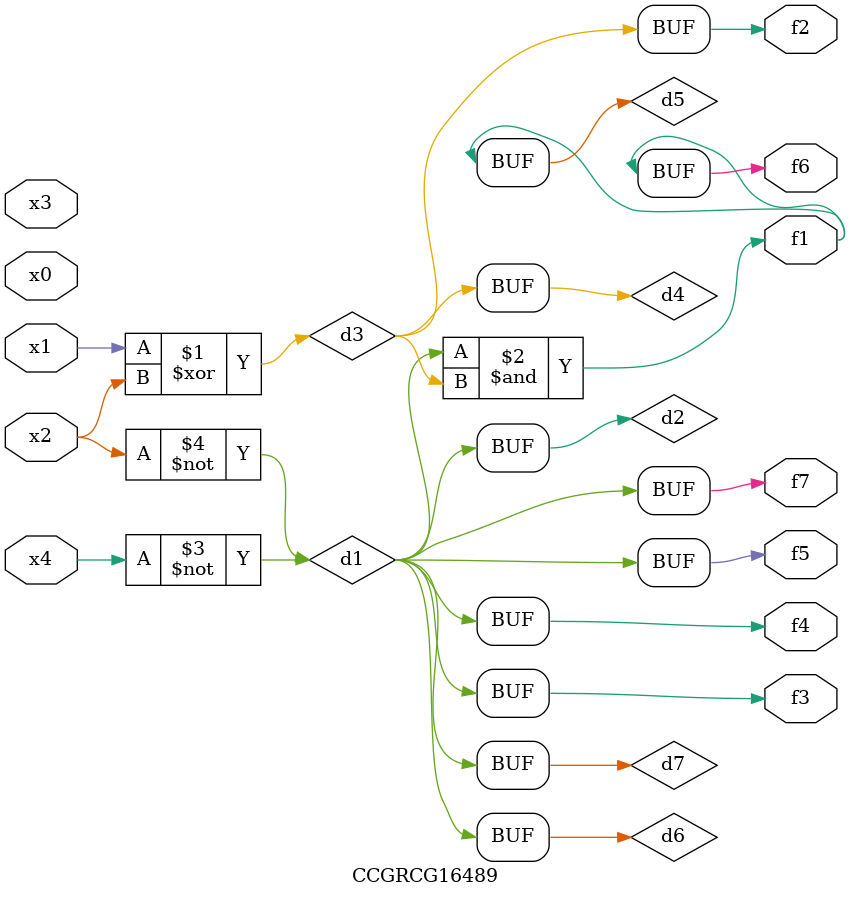
<source format=v>
module CCGRCG16489(
	input x0, x1, x2, x3, x4,
	output f1, f2, f3, f4, f5, f6, f7
);

	wire d1, d2, d3, d4, d5, d6, d7;

	not (d1, x4);
	not (d2, x2);
	xor (d3, x1, x2);
	buf (d4, d3);
	and (d5, d1, d3);
	buf (d6, d1, d2);
	buf (d7, d2);
	assign f1 = d5;
	assign f2 = d4;
	assign f3 = d7;
	assign f4 = d7;
	assign f5 = d7;
	assign f6 = d5;
	assign f7 = d7;
endmodule

</source>
